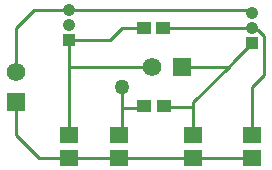
<source format=gtl>
G04*
G04 #@! TF.GenerationSoftware,Altium Limited,Altium Designer,25.1.2 (22)*
G04*
G04 Layer_Physical_Order=1*
G04 Layer_Color=255*
%FSLAX43Y43*%
%MOMM*%
G71*
G04*
G04 #@! TF.SameCoordinates,45F33ED4-2ABE-48A3-BB4A-59BEFD863CC1*
G04*
G04*
G04 #@! TF.FilePolarity,Positive*
G04*
G01*
G75*
%ADD12R,1.550X1.350*%
%ADD13R,1.207X1.058*%
%ADD15C,1.570*%
%ADD16R,1.570X1.570*%
%ADD17R,1.570X1.570*%
%ADD18R,1.050X1.050*%
%ADD19C,1.050*%
%ADD21C,0.254*%
%ADD22C,1.270*%
D12*
X9500Y10975D02*
D03*
Y9025D02*
D03*
X13750Y10975D02*
D03*
Y9025D02*
D03*
X25000Y11000D02*
D03*
Y9050D02*
D03*
X20000Y10975D02*
D03*
Y9025D02*
D03*
D13*
X15875Y13433D02*
D03*
X17526D02*
D03*
X15848Y20000D02*
D03*
X17500D02*
D03*
D15*
X16500Y16750D02*
D03*
X5000Y16270D02*
D03*
D16*
X19040Y16750D02*
D03*
D17*
X5000Y13730D02*
D03*
D18*
X25000Y18730D02*
D03*
X9500Y19000D02*
D03*
D19*
X25000Y20000D02*
D03*
Y21270D02*
D03*
X9500Y20270D02*
D03*
Y21540D02*
D03*
D21*
Y16750D02*
X9500Y16750D01*
X9500Y16750D02*
Y19000D01*
X9500Y16750D02*
X16500D01*
X9500Y10975D02*
Y16750D01*
X19040Y16750D02*
X23020D01*
X23510Y17240D01*
X20000Y13730D02*
X23020Y16750D01*
X20000Y13379D02*
Y13730D01*
X17526Y13433D02*
X17581Y13379D01*
X20000D01*
X23510Y17240D02*
X25000Y18730D01*
X14000Y13250D02*
Y15000D01*
X9500Y19000D02*
X13000D01*
X20000Y10975D02*
Y13379D01*
X14000Y13250D02*
X15692D01*
X15875Y13433D01*
X14000Y10986D02*
Y13250D01*
X6975Y9025D02*
X15000D01*
X5000Y11000D02*
X6975Y9025D01*
X15000D02*
X20000D01*
X24975D01*
X5000Y11000D02*
Y13730D01*
X13000Y19000D02*
X14000Y20000D01*
X16174D01*
X10000Y21540D02*
X24515D01*
X5000Y16270D02*
Y20000D01*
X17826D02*
X25000D01*
X24975Y9025D02*
X25000Y9050D01*
Y15027D02*
X26000Y16027D01*
X25471Y19848D02*
X26000Y19319D01*
Y16027D02*
Y19319D01*
X25000Y20000D02*
X25152Y19848D01*
X25471D01*
X25000Y11000D02*
Y15027D01*
X24785Y21270D02*
X25000D01*
X24515Y21540D02*
X24785Y21270D01*
X6540Y21540D02*
X10000D01*
X5000Y20000D02*
X6540Y21540D01*
D22*
X14000Y15000D02*
D03*
M02*

</source>
